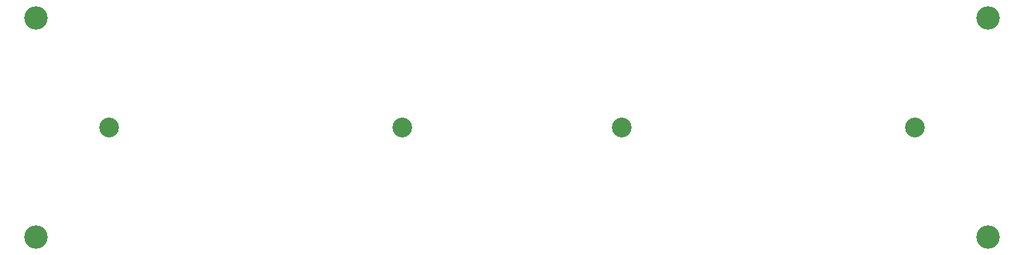
<source format=gbr>
%TF.GenerationSoftware,KiCad,Pcbnew,7.0.7-7.0.7~ubuntu22.04.1*%
%TF.CreationDate,2023-10-01T18:15:38+02:00*%
%TF.ProjectId,linesensor_v3,6c696e65-7365-46e7-936f-725f76332e6b,rev?*%
%TF.SameCoordinates,Original*%
%TF.FileFunction,NonPlated,1,2,NPTH,Drill*%
%TF.FilePolarity,Positive*%
%FSLAX46Y46*%
G04 Gerber Fmt 4.6, Leading zero omitted, Abs format (unit mm)*
G04 Created by KiCad (PCBNEW 7.0.7-7.0.7~ubuntu22.04.1) date 2023-10-01 18:15:38*
%MOMM*%
%LPD*%
G01*
G04 APERTURE LIST*
%TA.AperFunction,ComponentDrill*%
%ADD10C,2.700000*%
%TD*%
%TA.AperFunction,ComponentDrill*%
%ADD11C,3.200000*%
%TD*%
G04 APERTURE END LIST*
D10*
%TO.C,H8*%
X65000000Y-80000000D03*
%TO.C,H7*%
X105000000Y-80000000D03*
%TO.C,H6*%
X135000000Y-80000000D03*
%TO.C,H5*%
X175000000Y-80000000D03*
D11*
%TO.C,H3*%
X55000000Y-65000000D03*
%TO.C,H4*%
X55000000Y-95000000D03*
%TO.C,H2*%
X185000000Y-65000000D03*
%TO.C,H1*%
X185000000Y-95000000D03*
M02*

</source>
